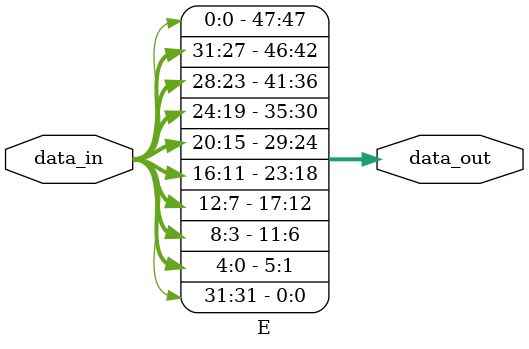
<source format=v>
module E
(
 input [31:0] data_in,
 output [47:0] data_out
);

assign data_out[0]  = data_in[31];
assign data_out[1]  = data_in[0];
assign data_out[2]  = data_in[1];
assign data_out[3]  = data_in[2];
assign data_out[4]  = data_in[3];
assign data_out[5]  = data_in[4];
assign data_out[6]  = data_in[3];
assign data_out[7]  = data_in[4];
assign data_out[8]  = data_in[5];
assign data_out[9]  = data_in[6];
assign data_out[10] = data_in[7];
assign data_out[11] = data_in[8];
assign data_out[12] = data_in[7];
assign data_out[13] = data_in[8];
assign data_out[14] = data_in[9];
assign data_out[15] = data_in[10];
assign data_out[16] = data_in[11];
assign data_out[17] = data_in[12];
assign data_out[18] = data_in[11];
assign data_out[19] = data_in[12];
assign data_out[20] = data_in[13];
assign data_out[21] = data_in[14];
assign data_out[22] = data_in[15];
assign data_out[23] = data_in[16];
assign data_out[24] = data_in[15];
assign data_out[25] = data_in[16];
assign data_out[26] = data_in[17];
assign data_out[27] = data_in[18];
assign data_out[28] = data_in[19];
assign data_out[29] = data_in[20];
assign data_out[30] = data_in[19];
assign data_out[31] = data_in[20];
assign data_out[32] = data_in[21];
assign data_out[33] = data_in[22];
assign data_out[34] = data_in[23];
assign data_out[35] = data_in[24];
assign data_out[36] = data_in[23];
assign data_out[37] = data_in[24];
assign data_out[38] = data_in[25];
assign data_out[39] = data_in[26];
assign data_out[40] = data_in[27];
assign data_out[41] = data_in[28];
assign data_out[42] = data_in[27];
assign data_out[43] = data_in[28];
assign data_out[44] = data_in[29];
assign data_out[45] = data_in[30];
assign data_out[46] = data_in[31];
assign data_out[47] = data_in[0];

endmodule

</source>
